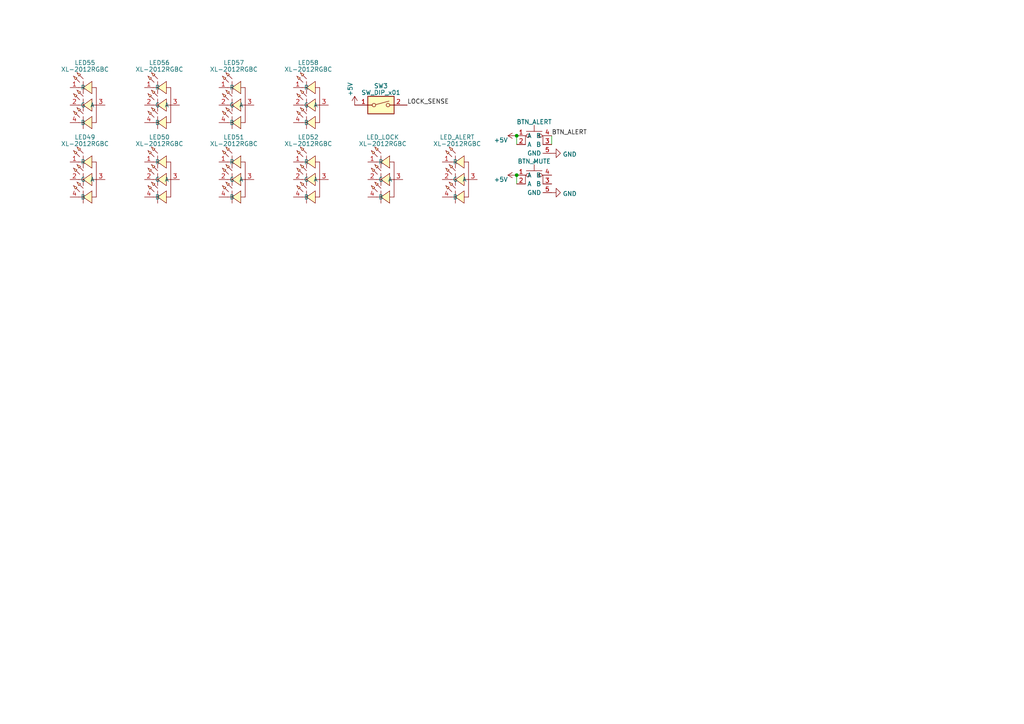
<source format=kicad_sch>
(kicad_sch (version 20230121) (generator eeschema)
  (paper "A4")
  (lib_symbols
    (symbol "C965848:XL-2012RGBC"
      (property "Reference" "LED" (at 0 10.16 0))
      (property "Value" "XL-2012RGBC" (at 0 -10.16 0))
      (symbol "XL-2012RGBC_0_1"
        (polyline (pts (xy -1.27 -5.08) (xy -2.54 -5.08)))
        (polyline (pts (xy -1.27 -3.3) (xy -1.27 -6.86)))
        (polyline (pts (xy -1.27 0) (xy -2.54 0)))
        (polyline (pts (xy -1.27 1.78) (xy -1.27 -1.78)))
        (polyline (pts (xy -1.27 5.08) (xy -2.54 5.08)))
        (polyline (pts (xy -1.27 6.86) (xy -1.27 3.3)))
        (polyline (pts (xy 2.54 -5.08) (xy 1.27 -5.08)))
        (polyline (pts (xy 2.54 0) (xy 1.27 0)))
        (polyline (pts (xy 2.54 5.08) (xy 1.27 5.08)))
        (polyline (pts (xy 2.54 5.08) (xy 2.54 -5.08)))
        (polyline (pts (xy -2.29 -3.56) (xy -3.3 -2.54) (xy -2.29 -3.56)) (fill (type background)))
        (polyline (pts (xy -2.29 1.52) (xy -3.3 2.54) (xy -2.29 1.52)) (fill (type background)))
        (polyline (pts (xy -2.29 6.6) (xy -3.3 7.62) (xy -2.29 6.6)) (fill (type background)))
        (polyline (pts (xy -1.27 -2.54) (xy -2.29 -1.52) (xy -1.27 -2.54)) (fill (type background)))
        (polyline (pts (xy -1.27 2.54) (xy -2.29 3.56) (xy -1.27 2.54)) (fill (type background)))
        (polyline (pts (xy -1.27 7.62) (xy -2.29 8.64) (xy -1.27 7.62)) (fill (type background)))
        (polyline (pts (xy -4.06 -1.78) (xy -3.05 -2.29) (xy -3.56 -2.79) (xy -4.06 -1.78)) (fill (type background)))
        (polyline (pts (xy -4.06 3.3) (xy -3.05 2.79) (xy -3.56 2.29) (xy -4.06 3.3)) (fill (type background)))
        (polyline (pts (xy -4.06 8.38) (xy -3.05 7.87) (xy -3.56 7.37) (xy -4.06 8.38)) (fill (type background)))
        (polyline (pts (xy -3.05 -0.76) (xy -2.03 -1.27) (xy -2.54 -1.78) (xy -3.05 -0.76)) (fill (type background)))
        (polyline (pts (xy -3.05 4.32) (xy -2.03 3.81) (xy -2.54 3.3) (xy -3.05 4.32)) (fill (type background)))
        (polyline (pts (xy -3.05 9.4) (xy -2.03 8.89) (xy -2.54 8.38) (xy -3.05 9.4)) (fill (type background)))
        (polyline (pts (xy 1.27 -3.3) (xy -1.27 -5.08) (xy 1.27 -6.86) (xy 1.27 -3.3)) (fill (type background)))
        (polyline (pts (xy 1.27 1.78) (xy -1.27 0) (xy 1.27 -1.78) (xy 1.27 1.78)) (fill (type background)))
        (polyline (pts (xy 1.27 6.86) (xy -1.27 5.08) (xy 1.27 3.3) (xy 1.27 6.86)) (fill (type background)))
      )
      (symbol "XL-2012RGBC_1_1"
        (pin power_out line (at -5.08 5.08 0) (length 2.54) (name "R") (number "1"))
        (pin power_out line (at -5.08 0 0) (length 2.54) (name "G") (number "2"))
        (pin power_in line (at 5.08 0 180) (length 2.54) (name "A") (number "3"))
        (pin power_out line (at -5.08 -5.08 0) (length 2.54) (name "B") (number "4"))
      )
    )
    (symbol "Switch:SW_DIP_x01" (pin_names (offset 0) hide)
      (property "Reference" "SW" (at 0 3.81 0))
      (property "Value" "SW_DIP_x01" (at 0 -3.81 0))
      (symbol "SW_DIP_x01_0_0"
        (circle (center -2.032 0) (radius 0.508))
        (polyline (pts (xy -1.524 0.127) (xy 2.3622 1.1684)))
        (circle (center 2.032 0) (radius 0.508))
      )
      (symbol "SW_DIP_x01_0_1"
        (rectangle (start -3.81 2.54) (end 3.81 -2.54) (stroke (width 0.254)) (fill (type background)))
      )
      (symbol "SW_DIP_x01_1_1"
        (pin passive line (at -7.62 0 0) (length 5.08) (name "~") (number "1"))
        (pin passive line (at 7.62 0 180) (length 5.08) (name "~") (number "2"))
      )
    )
    (symbol "power:+5V" (power) (pin_names (offset 0))
      (property "Value" "+5V" (at 0 3.556 0))
      (symbol "+5V_0_1"
        (polyline (pts (xy -0.762 1.27) (xy 0 2.54)))
        (polyline (pts (xy 0 0) (xy 0 2.54)))
        (polyline (pts (xy 0 2.54) (xy 0.762 1.27)))
      )
      (symbol "+5V_1_1"
        (pin power_in line (at 0 0 90) (length 0) hide (name "+5V") (number "1"))
      )
    )
    (symbol "power:GND" (power) (pin_names (offset 0))
      (property "Value" "GND" (at 0 -3.81 0))
      (symbol "GND_0_1"
        (polyline (pts (xy 0 0) (xy 0 -1.27) (xy 1.27 -1.27) (xy 0 -2.54) (xy -1.27 -1.27) (xy 0 -1.27)))
      )
      (symbol "GND_1_1"
        (pin power_in line (at 0 0 270) (length 0) hide (name "GND") (number "1"))
      )
    )
    (symbol "push_button:push_button"
      (property "Reference" "SW" (at 0 5.08 0))
      (symbol "push_button_0_1"
        (circle (center -1.778 1.27) (radius 0.508))
        (polyline (pts (xy -2.286 2.54) (xy 2.286 2.54)))
        (polyline (pts (xy 0 2.54) (xy 0 4.318)))
        (polyline (pts (xy -2.54 -1.27) (xy -2.54 1.27) (xy -2.286 1.27)))
        (polyline (pts (xy 2.54 -1.27) (xy 2.54 1.27) (xy 2.286 1.27)))
        (circle (center 1.778 1.27) (radius 0.508))
      )
      (symbol "push_button_1_1"
        (pin passive line (at -5.08 1.27 0) (length 2.54) (name "A") (number "1"))
        (pin passive line (at -5.08 -1.27 0) (length 2.54) (name "A") (number "2"))
        (pin passive line (at 5.08 -1.27 180) (length 2.54) (name "B") (number "3"))
        (pin passive line (at 5.08 1.27 180) (length 2.54) (name "B") (number "4"))
        (pin passive line (at 5.08 -3.81 180) (length 2.54) (name "GND") (number "5"))
      )
    )
  )
  (junction (at 149.86 39.37))
  (junction (at 149.86 50.8))
  (wire (pts (xy 149.86 39.37) (xy 149.86 41.91)))
  (wire (pts (xy 160.02 39.37) (xy 160.02 41.91)))
  (wire (pts (xy 149.86 50.8) (xy 149.86 53.34)))
  (label "LOCK_SENSE" (at 118.11 30.48 0))
  (label "BTN_ALERT" (at 160.02 39.37 0))
  (symbol (lib_id "C965848:XL-2012RGBC") (at 25.4 30.48 0) (unit 1)
    (property "Reference" "LED55" (at 24.64 18.1971 0))
    (property "Value" "XL-2012RGBC" (at 24.64 20.1181 0))
    (property "Footprint" "C965848:LED-SMD_4P-L2.0-W1.3-BR" (effects hide))
    (property "Manufacturer" "XINGLIGHT(成兴光)" (effects hide))
    (property "LCSC Part" "C965848" (effects hide))
    (property "JLC Part" "Extended Part" (effects hide))
    (instances (project "lightshow" (path "" (reference "LED55") (unit 1)) (path "" (reference "LED49") (unit 1))))
  )
  (symbol (lib_id "C965848:XL-2012RGBC") (at 68.58 52.07 0) (unit 1)
    (property "Reference" "LED51" (at 67.82 39.7871 0))
    (property "Value" "XL-2012RGBC" (at 67.82 41.7081 0))
    (property "Footprint" "C965848:LED-SMD_4P-L2.0-W1.3-BR" (effects hide))
    (property "Manufacturer" "XINGLIGHT(成兴光)" (effects hide))
    (property "LCSC Part" "C965848" (effects hide))
    (property "JLC Part" "Extended Part" (effects hide))
    (instances (project "lightshow" (path "" (reference "LED51") (unit 1)) (path "" (reference "LED54") (unit 1))))
  )
  (symbol (lib_id "Switch:SW_DIP_x01") (at 110.49 30.48 0) (unit 1)
    (property "Reference" "SW3" (at 110.49 24.9301 0))
    (property "Value" "SW_DIP_x01" (at 110.49 26.8511 0))
    (instances (project "lightshow" (path "" (reference "SW3") (unit 1)) (path "" (reference "SW1") (unit 1))))
  )
  (symbol (lib_id "C965848:XL-2012RGBC") (at 133.35 52.07 0) (unit 1)
    (property "Reference" "LED_ALERT" (at 132.59 39.7871 0))
    (property "Value" "XL-2012RGBC" (at 132.59 41.7081 0))
    (property "Footprint" "C965848:LED-SMD_4P-L2.0-W1.3-BR" (effects hide))
    (property "Manufacturer" "XINGLIGHT(成兴光)" (effects hide))
    (property "LCSC Part" "C965848" (effects hide))
    (property "JLC Part" "Extended Part" (effects hide))
    (instances (project "lightshow" (path "" (reference "LED_ALERT") (unit 1)) (path "" (reference "LED_ALERT1") (unit 1))))
  )
  (symbol (lib_id "C965848:XL-2012RGBC") (at 46.99 52.07 0) (unit 1)
    (property "Reference" "LED50" (at 46.23 39.7871 0))
    (property "Value" "XL-2012RGBC" (at 46.23 41.7081 0))
    (property "Footprint" "C965848:LED-SMD_4P-L2.0-W1.3-BR" (effects hide))
    (property "Manufacturer" "XINGLIGHT(成兴光)" (effects hide))
    (property "LCSC Part" "C965848" (effects hide))
    (property "JLC Part" "Extended Part" (effects hide))
    (instances (project "lightshow" (path "" (reference "LED50") (unit 1)) (path "" (reference "LED52") (unit 1))))
  )
  (symbol (lib_id "push_button:push_button") (at 154.94 52.07 0) (unit 1)
    (property "Reference" "BTN_MUTE" (at 154.94 46.7901 0))
    (property "Value" "~" (at 154.94 46.99 0))
    (property "Footprint" "footprints:push_button" (effects hide))
    (instances (project "lightshow" (path "" (reference "BTN_MUTE") (unit 1)) (path "" (reference "BTN_MUTE1") (unit 1))))
  )
  (symbol (lib_id "push_button:push_button") (at 154.94 40.64 0) (unit 1)
    (property "Reference" "BTN_ALERT" (at 154.94 35.3601 0))
    (property "Value" "~" (at 154.94 35.56 0))
    (property "Footprint" "footprints:push_button" (effects hide))
    (instances (project "lightshow" (path "" (reference "BTN_ALERT") (unit 1)) (path "" (reference "BTN_ALERT1") (unit 1))))
  )
  (symbol (lib_id "C965848:XL-2012RGBC") (at 90.17 52.07 0) (unit 1)
    (property "Reference" "LED52" (at 89.41 39.7871 0))
    (property "Value" "XL-2012RGBC" (at 89.41 41.7081 0))
    (property "Footprint" "C965848:LED-SMD_4P-L2.0-W1.3-BR" (effects hide))
    (property "Manufacturer" "XINGLIGHT(成兴光)" (effects hide))
    (property "LCSC Part" "C965848" (effects hide))
    (property "JLC Part" "Extended Part" (effects hide))
    (instances (project "lightshow" (path "" (reference "LED52") (unit 1)) (path "" (reference "LED56") (unit 1))))
  )
  (symbol (lib_id "power:GND") (at 160.02 55.88 90) (unit 1)
    (property "Reference" "#PWR07" (effects hide))
    (property "Value" "GND" (at 163.195 56.1968 90) (effects (justify right)))
    (instances (project "lightshow" (path "" (reference "#PWR07") (unit 1)) (path "" (reference "#PWR010") (unit 1))))
  )
  (symbol (lib_id "power:+5V") (at 149.86 50.8 90) (unit 1)
    (property "Reference" "#PWR010" (effects hide))
    (property "Value" "+5V" (at 147.32 52.07 90) (effects (justify left)))
    (instances (project "lightshow" (path "" (reference "#PWR010") (unit 1)) (path "" (reference "#PWR08") (unit 1))))
  )
  (symbol (lib_id "power:+5V") (at 102.87 30.48 0) (unit 1)
    (property "Reference" "#PWR08" (effects hide))
    (property "Value" "+5V" (at 101.6 27.94 90) (effects (justify left)))
    (instances (project "lightshow" (path "" (reference "#PWR08") (unit 1)) (path "" (reference "#PWR06") (unit 1))))
  )
  (symbol (lib_id "C965848:XL-2012RGBC") (at 68.58 30.48 0) (unit 1)
    (property "Reference" "LED57" (at 67.82 18.1971 0))
    (property "Value" "XL-2012RGBC" (at 67.82 20.1181 0))
    (property "Footprint" "C965848:LED-SMD_4P-L2.0-W1.3-BR" (effects hide))
    (property "Manufacturer" "XINGLIGHT(成兴光)" (effects hide))
    (property "LCSC Part" "C965848" (effects hide))
    (property "JLC Part" "Extended Part" (effects hide))
    (instances (project "lightshow" (path "" (reference "LED57") (unit 1)) (path "" (reference "LED53") (unit 1))))
  )
  (symbol (lib_id "C965848:XL-2012RGBC") (at 111.76 52.07 0) (unit 1)
    (property "Reference" "LED_LOCK" (at 111 39.7871 0))
    (property "Value" "XL-2012RGBC" (at 111 41.7081 0))
    (property "Footprint" "C965848:LED-SMD_4P-L2.0-W1.3-BR" (effects hide))
    (property "Manufacturer" "XINGLIGHT(成兴光)" (effects hide))
    (property "LCSC Part" "C965848" (effects hide))
    (property "JLC Part" "Extended Part" (effects hide))
    (instances (project "lightshow" (path "" (reference "LED_LOCK") (unit 1)) (path "" (reference "LED_LOCK1") (unit 1))))
  )
  (symbol (lib_id "power:+5V") (at 149.86 39.37 90) (unit 1)
    (property "Reference" "#PWR09" (effects hide))
    (property "Value" "+5V" (at 147.32 40.64 90) (effects (justify left)))
    (instances (project "lightshow" (path "" (reference "#PWR09") (unit 1)) (path "" (reference "#PWR07") (unit 1))))
  )
  (symbol (lib_id "power:GND") (at 160.02 44.45 90) (unit 1)
    (property "Reference" "#PWR06" (effects hide))
    (property "Value" "GND" (at 163.195 44.7668 90) (effects (justify right)))
    (instances (project "lightshow" (path "" (reference "#PWR06") (unit 1)) (path "" (reference "#PWR09") (unit 1))))
  )
  (symbol (lib_id "C965848:XL-2012RGBC") (at 46.99 30.48 0) (unit 1)
    (property "Reference" "LED56" (at 46.23 18.1971 0))
    (property "Value" "XL-2012RGBC" (at 46.23 20.1181 0))
    (property "Footprint" "C965848:LED-SMD_4P-L2.0-W1.3-BR" (effects hide))
    (property "Manufacturer" "XINGLIGHT(成兴光)" (effects hide))
    (property "LCSC Part" "C965848" (effects hide))
    (property "JLC Part" "Extended Part" (effects hide))
    (instances (project "lightshow" (path "" (reference "LED56") (unit 1)) (path "" (reference "LED51") (unit 1))))
  )
  (symbol (lib_id "C965848:XL-2012RGBC") (at 90.17 30.48 0) (unit 1)
    (property "Reference" "LED58" (at 89.41 18.1971 0))
    (property "Value" "XL-2012RGBC" (at 89.41 20.1181 0))
    (property "Footprint" "C965848:LED-SMD_4P-L2.0-W1.3-BR" (effects hide))
    (property "Manufacturer" "XINGLIGHT(成兴光)" (effects hide))
    (property "LCSC Part" "C965848" (effects hide))
    (property "JLC Part" "Extended Part" (effects hide))
    (instances (project "lightshow" (path "" (reference "LED58") (unit 1)) (path "" (reference "LED55") (unit 1))))
  )
  (symbol (lib_id "C965848:XL-2012RGBC") (at 25.4 52.07 0) (unit 1)
    (property "Reference" "LED49" (at 24.64 39.7871 0))
    (property "Value" "XL-2012RGBC" (at 24.64 41.7081 0))
    (property "Footprint" "C965848:LED-SMD_4P-L2.0-W1.3-BR" (effects hide))
    (property "Manufacturer" "XINGLIGHT(成兴光)" (effects hide))
    (property "LCSC Part" "C965848" (effects hide))
    (property "JLC Part" "Extended Part" (effects hide))
    (instances (project "lightshow" (path "" (reference "LED49") (unit 1)) (path "" (reference "LED50") (unit 1))))
  )
)
</source>
